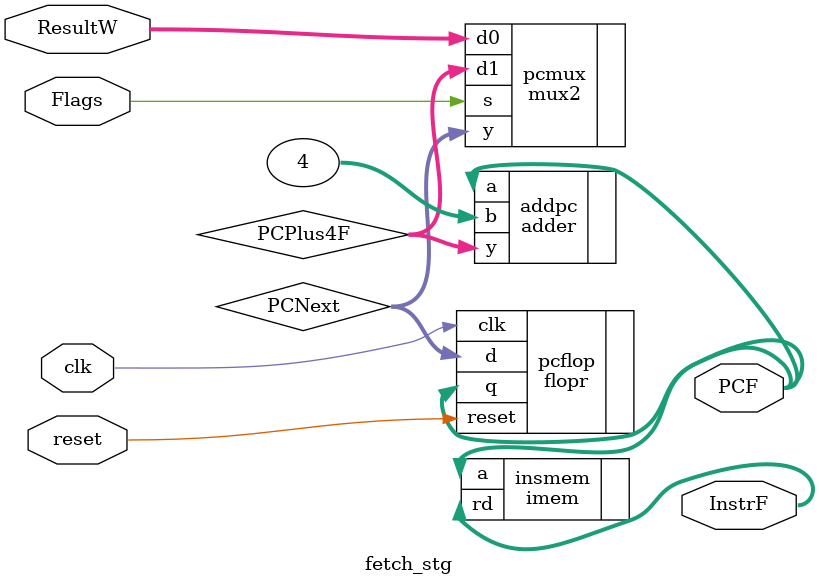
<source format=v>
`timescale 1ns / 1ps


module fetch_stg(
    input wire clk,
    input wire reset,
    input wire Flags, 
    input wire [31:0] ResultW,
    output wire [31:0] PCF,
    output wire [31:0] InstrF
);

    wire [31:0] PCNext;
    wire [31:0] PCPlus4F;

    mux2 #(32) pcmux (
        .d0(ResultW), 
        .d1(PCPlus4F), 
        .s(Flags),
        .y(PCNext)
    );

    flopr #(32) pcflop (
        .clk(clk),
        .reset(reset),
        .d(PCNext),
        .q(PCF)
    );

    adder addpc (
        .a(PCF),
        .b(32'd4),
        .y(PCPlus4F)
    );

    imem insmem (
        .a(PCF),
        .rd(InstrF)
    );
    
endmodule

</source>
